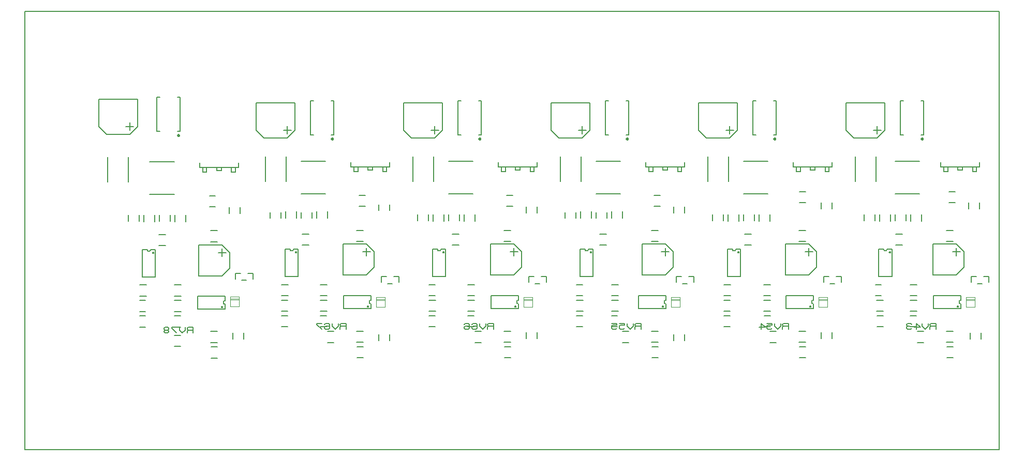
<source format=gbr>
G04 PROTEUS GERBER X2 FILE*
%TF.GenerationSoftware,Labcenter,Proteus,8.7-SP3-Build25561*%
%TF.CreationDate,2021-05-23T19:28:46+00:00*%
%TF.FileFunction,Legend,Bot*%
%TF.FilePolarity,Positive*%
%TF.Part,Single*%
%TF.SameCoordinates,{ce74c1e3-353a-4a96-b4f4-cabdf69041bd}*%
%FSLAX45Y45*%
%MOMM*%
G01*
%TA.AperFunction,Profile*%
%ADD38C,0.203200*%
%TA.AperFunction,Material*%
%ADD41C,0.203200*%
%ADD42C,0.250000*%
%ADD40C,0.200000*%
%ADD43C,0.101600*%
%TD.AperFunction*%
D38*
X-7429500Y-4254500D02*
X+8509000Y-4254500D01*
X+8509000Y+2921000D01*
X-7429500Y+2921000D01*
X-7429500Y-4254500D01*
D41*
X+8051800Y-1424940D02*
X+8140700Y-1424940D01*
X+8158480Y-1536700D02*
X+8229600Y-1536700D01*
X+8051800Y-1424940D02*
X+8051800Y-1516380D01*
X+8341360Y-1518920D02*
X+8341360Y-1424940D01*
X+8255000Y-1424940D01*
X+8191500Y+452120D02*
X+8191500Y+375920D01*
X+7556500Y+375920D01*
X+7556500Y+452120D01*
X+7912100Y+375920D02*
X+7912100Y+325120D01*
X+7835900Y+325120D01*
X+7835900Y+375920D01*
X+8140700Y+375920D02*
X+8140700Y+299720D01*
X+8077200Y+299720D01*
X+8077200Y+375920D01*
X+7607300Y+375920D02*
X+7607300Y+299720D01*
X+7670800Y+299720D01*
X+7670800Y+375920D02*
X+7670800Y+299720D01*
X+5638800Y-1424940D02*
X+5727700Y-1424940D01*
X+5745480Y-1536700D02*
X+5816600Y-1536700D01*
X+5638800Y-1424940D02*
X+5638800Y-1516380D01*
X+5928360Y-1518920D02*
X+5928360Y-1424940D01*
X+5842000Y-1424940D01*
X+5778500Y+452120D02*
X+5778500Y+375920D01*
X+5143500Y+375920D01*
X+5143500Y+452120D01*
X+5499100Y+375920D02*
X+5499100Y+325120D01*
X+5422900Y+325120D01*
X+5422900Y+375920D01*
X+5727700Y+375920D02*
X+5727700Y+299720D01*
X+5664200Y+299720D01*
X+5664200Y+375920D01*
X+5194300Y+375920D02*
X+5194300Y+299720D01*
X+5257800Y+299720D01*
X+5257800Y+375920D02*
X+5257800Y+299720D01*
X+3225800Y-1424940D02*
X+3314700Y-1424940D01*
X+3332480Y-1536700D02*
X+3403600Y-1536700D01*
X+3225800Y-1424940D02*
X+3225800Y-1516380D01*
X+3515360Y-1518920D02*
X+3515360Y-1424940D01*
X+3429000Y-1424940D01*
X+3365500Y+452120D02*
X+3365500Y+375920D01*
X+2730500Y+375920D01*
X+2730500Y+452120D01*
X+3086100Y+375920D02*
X+3086100Y+325120D01*
X+3009900Y+325120D01*
X+3009900Y+375920D01*
X+3314700Y+375920D02*
X+3314700Y+299720D01*
X+3251200Y+299720D01*
X+3251200Y+375920D01*
X+2781300Y+375920D02*
X+2781300Y+299720D01*
X+2844800Y+299720D01*
X+2844800Y+375920D02*
X+2844800Y+299720D01*
X+812800Y-1424940D02*
X+901700Y-1424940D01*
X+919480Y-1536700D02*
X+990600Y-1536700D01*
X+812800Y-1424940D02*
X+812800Y-1516380D01*
X+1102360Y-1518920D02*
X+1102360Y-1424940D01*
X+1016000Y-1424940D01*
X+952500Y+452120D02*
X+952500Y+375920D01*
X+317500Y+375920D01*
X+317500Y+452120D01*
X+673100Y+375920D02*
X+673100Y+325120D01*
X+596900Y+325120D01*
X+596900Y+375920D01*
X+901700Y+375920D02*
X+901700Y+299720D01*
X+838200Y+299720D01*
X+838200Y+375920D01*
X+368300Y+375920D02*
X+368300Y+299720D01*
X+431800Y+299720D01*
X+431800Y+375920D02*
X+431800Y+299720D01*
X-1600200Y-1424940D02*
X-1511300Y-1424940D01*
X-1493520Y-1536700D02*
X-1422400Y-1536700D01*
X-1600200Y-1424940D02*
X-1600200Y-1516380D01*
X-1310640Y-1518920D02*
X-1310640Y-1424940D01*
X-1397000Y-1424940D01*
X-1460500Y+452120D02*
X-1460500Y+375920D01*
X-2095500Y+375920D01*
X-2095500Y+452120D01*
X-1739900Y+375920D02*
X-1739900Y+325120D01*
X-1816100Y+325120D01*
X-1816100Y+375920D01*
X-1511300Y+375920D02*
X-1511300Y+299720D01*
X-1574800Y+299720D01*
X-1574800Y+375920D01*
X-2044700Y+375920D02*
X-2044700Y+299720D01*
X-1981200Y+299720D01*
X-1981200Y+375920D02*
X-1981200Y+299720D01*
D42*
X+7259100Y+834620D02*
X+7259057Y+835659D01*
X+7258705Y+837738D01*
X+7257968Y+839817D01*
X+7256764Y+841896D01*
X+7254923Y+843946D01*
X+7252844Y+845449D01*
X+7250765Y+846406D01*
X+7248686Y+846945D01*
X+7246607Y+847120D01*
X+7246600Y+847120D01*
X+7234100Y+834620D02*
X+7234143Y+835659D01*
X+7234495Y+837738D01*
X+7235232Y+839817D01*
X+7236436Y+841896D01*
X+7238277Y+843946D01*
X+7240356Y+845449D01*
X+7242435Y+846406D01*
X+7244514Y+846945D01*
X+7246593Y+847120D01*
X+7246600Y+847120D01*
X+7234100Y+834620D02*
X+7234143Y+833581D01*
X+7234495Y+831502D01*
X+7235232Y+829423D01*
X+7236436Y+827344D01*
X+7238277Y+825294D01*
X+7240356Y+823791D01*
X+7242435Y+822834D01*
X+7244514Y+822295D01*
X+7246593Y+822120D01*
X+7246600Y+822120D01*
X+7259100Y+834620D02*
X+7259057Y+833581D01*
X+7258705Y+831502D01*
X+7257968Y+829423D01*
X+7256764Y+827344D01*
X+7254923Y+825294D01*
X+7252844Y+823791D01*
X+7250765Y+822834D01*
X+7248686Y+822295D01*
X+7246607Y+822120D01*
X+7246600Y+822120D01*
D40*
X+7231600Y+899620D02*
X+7276600Y+899620D01*
X+7276600Y+1459620D01*
X+7231600Y+1459620D01*
X+6941600Y+899620D02*
X+6896600Y+899620D01*
X+6896600Y+1459620D01*
X+6941600Y+1459620D01*
D43*
X+7969100Y-1793340D02*
X+8109100Y-1793340D01*
X+7969100Y-1813340D02*
X+8109100Y-1813340D01*
X+7969100Y-1923340D02*
X+8109100Y-1923340D01*
X+8109100Y-1763340D01*
X+7969100Y-1763340D01*
X+7969100Y-1923340D01*
D42*
X+4846100Y+834620D02*
X+4846057Y+835659D01*
X+4845705Y+837738D01*
X+4844968Y+839817D01*
X+4843764Y+841896D01*
X+4841923Y+843946D01*
X+4839844Y+845449D01*
X+4837765Y+846406D01*
X+4835686Y+846945D01*
X+4833607Y+847120D01*
X+4833600Y+847120D01*
X+4821100Y+834620D02*
X+4821143Y+835659D01*
X+4821495Y+837738D01*
X+4822232Y+839817D01*
X+4823436Y+841896D01*
X+4825277Y+843946D01*
X+4827356Y+845449D01*
X+4829435Y+846406D01*
X+4831514Y+846945D01*
X+4833593Y+847120D01*
X+4833600Y+847120D01*
X+4821100Y+834620D02*
X+4821143Y+833581D01*
X+4821495Y+831502D01*
X+4822232Y+829423D01*
X+4823436Y+827344D01*
X+4825277Y+825294D01*
X+4827356Y+823791D01*
X+4829435Y+822834D01*
X+4831514Y+822295D01*
X+4833593Y+822120D01*
X+4833600Y+822120D01*
X+4846100Y+834620D02*
X+4846057Y+833581D01*
X+4845705Y+831502D01*
X+4844968Y+829423D01*
X+4843764Y+827344D01*
X+4841923Y+825294D01*
X+4839844Y+823791D01*
X+4837765Y+822834D01*
X+4835686Y+822295D01*
X+4833607Y+822120D01*
X+4833600Y+822120D01*
D40*
X+4818600Y+899620D02*
X+4863600Y+899620D01*
X+4863600Y+1459620D01*
X+4818600Y+1459620D01*
X+4528600Y+899620D02*
X+4483600Y+899620D01*
X+4483600Y+1459620D01*
X+4528600Y+1459620D01*
D43*
X+5556100Y-1793340D02*
X+5696100Y-1793340D01*
X+5556100Y-1813340D02*
X+5696100Y-1813340D01*
X+5556100Y-1923340D02*
X+5696100Y-1923340D01*
X+5696100Y-1763340D01*
X+5556100Y-1763340D01*
X+5556100Y-1923340D01*
D42*
X+2433100Y+834620D02*
X+2433057Y+835659D01*
X+2432705Y+837738D01*
X+2431968Y+839817D01*
X+2430764Y+841896D01*
X+2428923Y+843946D01*
X+2426844Y+845449D01*
X+2424765Y+846406D01*
X+2422686Y+846945D01*
X+2420607Y+847120D01*
X+2420600Y+847120D01*
X+2408100Y+834620D02*
X+2408143Y+835659D01*
X+2408495Y+837738D01*
X+2409232Y+839817D01*
X+2410436Y+841896D01*
X+2412277Y+843946D01*
X+2414356Y+845449D01*
X+2416435Y+846406D01*
X+2418514Y+846945D01*
X+2420593Y+847120D01*
X+2420600Y+847120D01*
X+2408100Y+834620D02*
X+2408143Y+833581D01*
X+2408495Y+831502D01*
X+2409232Y+829423D01*
X+2410436Y+827344D01*
X+2412277Y+825294D01*
X+2414356Y+823791D01*
X+2416435Y+822834D01*
X+2418514Y+822295D01*
X+2420593Y+822120D01*
X+2420600Y+822120D01*
X+2433100Y+834620D02*
X+2433057Y+833581D01*
X+2432705Y+831502D01*
X+2431968Y+829423D01*
X+2430764Y+827344D01*
X+2428923Y+825294D01*
X+2426844Y+823791D01*
X+2424765Y+822834D01*
X+2422686Y+822295D01*
X+2420607Y+822120D01*
X+2420600Y+822120D01*
D40*
X+2405600Y+899620D02*
X+2450600Y+899620D01*
X+2450600Y+1459620D01*
X+2405600Y+1459620D01*
X+2115600Y+899620D02*
X+2070600Y+899620D01*
X+2070600Y+1459620D01*
X+2115600Y+1459620D01*
D43*
X+3143100Y-1793340D02*
X+3283100Y-1793340D01*
X+3143100Y-1813340D02*
X+3283100Y-1813340D01*
X+3143100Y-1923340D02*
X+3283100Y-1923340D01*
X+3283100Y-1763340D01*
X+3143100Y-1763340D01*
X+3143100Y-1923340D01*
D42*
X+20100Y+834620D02*
X+20057Y+835659D01*
X+19705Y+837738D01*
X+18968Y+839817D01*
X+17764Y+841896D01*
X+15923Y+843946D01*
X+13844Y+845449D01*
X+11765Y+846406D01*
X+9686Y+846945D01*
X+7607Y+847120D01*
X+7600Y+847120D01*
X-4900Y+834620D02*
X-4857Y+835659D01*
X-4505Y+837738D01*
X-3768Y+839817D01*
X-2564Y+841896D01*
X-723Y+843946D01*
X+1356Y+845449D01*
X+3435Y+846406D01*
X+5514Y+846945D01*
X+7593Y+847120D01*
X+7600Y+847120D01*
X-4900Y+834620D02*
X-4857Y+833581D01*
X-4505Y+831502D01*
X-3768Y+829423D01*
X-2564Y+827344D01*
X-723Y+825294D01*
X+1356Y+823791D01*
X+3435Y+822834D01*
X+5514Y+822295D01*
X+7593Y+822120D01*
X+7600Y+822120D01*
X+20100Y+834620D02*
X+20057Y+833581D01*
X+19705Y+831502D01*
X+18968Y+829423D01*
X+17764Y+827344D01*
X+15923Y+825294D01*
X+13844Y+823791D01*
X+11765Y+822834D01*
X+9686Y+822295D01*
X+7607Y+822120D01*
X+7600Y+822120D01*
D40*
X-7400Y+899620D02*
X+37600Y+899620D01*
X+37600Y+1459620D01*
X-7400Y+1459620D01*
X-297400Y+899620D02*
X-342400Y+899620D01*
X-342400Y+1459620D01*
X-297400Y+1459620D01*
D43*
X+730100Y-1793340D02*
X+870100Y-1793340D01*
X+730100Y-1813340D02*
X+870100Y-1813340D01*
X+730100Y-1923340D02*
X+870100Y-1923340D01*
X+870100Y-1763340D01*
X+730100Y-1763340D01*
X+730100Y-1923340D01*
D42*
X-2392900Y+834620D02*
X-2392943Y+835659D01*
X-2393295Y+837738D01*
X-2394032Y+839817D01*
X-2395236Y+841896D01*
X-2397077Y+843946D01*
X-2399156Y+845449D01*
X-2401235Y+846406D01*
X-2403314Y+846945D01*
X-2405393Y+847120D01*
X-2405400Y+847120D01*
X-2417900Y+834620D02*
X-2417857Y+835659D01*
X-2417505Y+837738D01*
X-2416768Y+839817D01*
X-2415564Y+841896D01*
X-2413723Y+843946D01*
X-2411644Y+845449D01*
X-2409565Y+846406D01*
X-2407486Y+846945D01*
X-2405407Y+847120D01*
X-2405400Y+847120D01*
X-2417900Y+834620D02*
X-2417857Y+833581D01*
X-2417505Y+831502D01*
X-2416768Y+829423D01*
X-2415564Y+827344D01*
X-2413723Y+825294D01*
X-2411644Y+823791D01*
X-2409565Y+822834D01*
X-2407486Y+822295D01*
X-2405407Y+822120D01*
X-2405400Y+822120D01*
X-2392900Y+834620D02*
X-2392943Y+833581D01*
X-2393295Y+831502D01*
X-2394032Y+829423D01*
X-2395236Y+827344D01*
X-2397077Y+825294D01*
X-2399156Y+823791D01*
X-2401235Y+822834D01*
X-2403314Y+822295D01*
X-2405393Y+822120D01*
X-2405400Y+822120D01*
D40*
X-2420400Y+899620D02*
X-2375400Y+899620D01*
X-2375400Y+1459620D01*
X-2420400Y+1459620D01*
X-2710400Y+899620D02*
X-2755400Y+899620D01*
X-2755400Y+1459620D01*
X-2710400Y+1459620D01*
D43*
X-1682900Y-1793340D02*
X-1542900Y-1793340D01*
X-1682900Y-1813340D02*
X-1542900Y-1813340D01*
X-1682900Y-1923340D02*
X-1542900Y-1923340D01*
X-1542900Y-1763340D01*
X-1682900Y-1763340D01*
X-1682900Y-1923340D01*
D40*
X+6805600Y+463120D02*
X+7205600Y+463120D01*
X+6805600Y-66880D02*
X+7205600Y-66880D01*
X+4329100Y+463120D02*
X+4729100Y+463120D01*
X+4329100Y-66880D02*
X+4729100Y-66880D01*
X+1916100Y+463120D02*
X+2316100Y+463120D01*
X+1916100Y-66880D02*
X+2316100Y-66880D01*
X-496900Y+463120D02*
X-96900Y+463120D01*
X-496900Y-66880D02*
X-96900Y-66880D01*
X-2909900Y+463120D02*
X-2509900Y+463120D01*
X-2909900Y-66880D02*
X-2509900Y-66880D01*
D41*
X+6642100Y+978120D02*
X+6515100Y+851120D01*
X+6134100Y+851120D01*
X+6007100Y+978120D01*
X+6007100Y+1422620D01*
X+6642100Y+1422620D01*
X+6642100Y+978120D01*
X+6515100Y+914620D02*
X+6515100Y+1041620D01*
X+6578600Y+978120D02*
X+6451600Y+978120D01*
X+4229100Y+978120D02*
X+4102100Y+851120D01*
X+3721100Y+851120D01*
X+3594100Y+978120D01*
X+3594100Y+1422620D01*
X+4229100Y+1422620D01*
X+4229100Y+978120D01*
X+4102100Y+914620D02*
X+4102100Y+1041620D01*
X+4165600Y+978120D02*
X+4038600Y+978120D01*
X+1816100Y+978120D02*
X+1689100Y+851120D01*
X+1308100Y+851120D01*
X+1181100Y+978120D01*
X+1181100Y+1422620D01*
X+1816100Y+1422620D01*
X+1816100Y+978120D01*
X+1689100Y+914620D02*
X+1689100Y+1041620D01*
X+1752600Y+978120D02*
X+1625600Y+978120D01*
X-596900Y+978120D02*
X-723900Y+851120D01*
X-1104900Y+851120D01*
X-1231900Y+978120D01*
X-1231900Y+1422620D01*
X-596900Y+1422620D01*
X-596900Y+978120D01*
X-723900Y+914620D02*
X-723900Y+1041620D01*
X-660400Y+978120D02*
X-787400Y+978120D01*
X-3009900Y+978120D02*
X-3136900Y+851120D01*
X-3517900Y+851120D01*
X-3644900Y+978120D01*
X-3644900Y+1422620D01*
X-3009900Y+1422620D01*
X-3009900Y+978120D01*
X-3136900Y+914620D02*
X-3136900Y+1041620D01*
X-3073400Y+978120D02*
X-3200400Y+978120D01*
X+6756400Y-975360D02*
X+6675438Y-975360D01*
X+6673356Y-985981D01*
X+6667636Y-994547D01*
X+6659071Y-1000266D01*
X+6648450Y-1002348D01*
X+6621462Y-975360D02*
X+6623544Y-985981D01*
X+6629264Y-994547D01*
X+6637829Y-1000266D01*
X+6648450Y-1002348D01*
X+6621462Y-975360D02*
X+6540500Y-975360D01*
X+6680200Y-1422400D02*
X+6616700Y-1422400D01*
X+6756400Y-1008380D02*
X+6756400Y-1389380D01*
X+6540500Y-1008380D02*
X+6540500Y-1389380D01*
X+6756400Y-1008380D02*
X+6756400Y-975360D01*
X+6540500Y-975360D02*
X+6540500Y-1008380D01*
X+6616700Y-1422400D02*
X+6540500Y-1422400D01*
X+6540500Y-1389380D01*
X+6756400Y-1389380D02*
X+6756400Y-1422400D01*
X+6680200Y-1422400D01*
X+6731000Y-1024636D02*
X+6730965Y-1023791D01*
X+6730678Y-1022100D01*
X+6730079Y-1020409D01*
X+6729099Y-1018718D01*
X+6727599Y-1017050D01*
X+6725908Y-1015830D01*
X+6724217Y-1015054D01*
X+6722526Y-1014617D01*
X+6720840Y-1014476D01*
X+6710680Y-1024636D02*
X+6710715Y-1023791D01*
X+6711002Y-1022100D01*
X+6711601Y-1020409D01*
X+6712581Y-1018718D01*
X+6714081Y-1017050D01*
X+6715772Y-1015830D01*
X+6717463Y-1015054D01*
X+6719154Y-1014617D01*
X+6720840Y-1014476D01*
X+6710680Y-1024636D02*
X+6710715Y-1025481D01*
X+6711002Y-1027172D01*
X+6711601Y-1028863D01*
X+6712581Y-1030554D01*
X+6714081Y-1032222D01*
X+6715772Y-1033442D01*
X+6717463Y-1034218D01*
X+6719154Y-1034655D01*
X+6720840Y-1034796D01*
X+6731000Y-1024636D02*
X+6730965Y-1025481D01*
X+6730678Y-1027172D01*
X+6730079Y-1028863D01*
X+6729099Y-1030554D01*
X+6727599Y-1032222D01*
X+6725908Y-1033442D01*
X+6724217Y-1034218D01*
X+6722526Y-1034655D01*
X+6720840Y-1034796D01*
X+7881620Y-1948180D02*
X+7881620Y-1867218D01*
X+7870999Y-1865136D01*
X+7862433Y-1859416D01*
X+7856714Y-1850851D01*
X+7854632Y-1840230D01*
X+7881620Y-1813242D02*
X+7870999Y-1815324D01*
X+7862433Y-1821044D01*
X+7856714Y-1829609D01*
X+7854632Y-1840230D01*
X+7881620Y-1813242D02*
X+7881620Y-1732280D01*
X+7434580Y-1871980D02*
X+7434580Y-1808480D01*
X+7848600Y-1948180D02*
X+7467600Y-1948180D01*
X+7848600Y-1732280D02*
X+7467600Y-1732280D01*
X+7848600Y-1948180D02*
X+7881620Y-1948180D01*
X+7881620Y-1732280D02*
X+7848600Y-1732280D01*
X+7434580Y-1808480D02*
X+7434580Y-1732280D01*
X+7467600Y-1732280D01*
X+7467600Y-1948180D02*
X+7434580Y-1948180D01*
X+7434580Y-1871980D01*
X+7842504Y-1912620D02*
X+7842469Y-1911775D01*
X+7842182Y-1910084D01*
X+7841583Y-1908393D01*
X+7840603Y-1906702D01*
X+7839103Y-1905034D01*
X+7837412Y-1903814D01*
X+7835721Y-1903038D01*
X+7834030Y-1902601D01*
X+7832344Y-1902460D01*
X+7822184Y-1912620D02*
X+7822219Y-1911775D01*
X+7822506Y-1910084D01*
X+7823105Y-1908393D01*
X+7824085Y-1906702D01*
X+7825585Y-1905034D01*
X+7827276Y-1903814D01*
X+7828967Y-1903038D01*
X+7830658Y-1902601D01*
X+7832344Y-1902460D01*
X+7822184Y-1912620D02*
X+7822219Y-1913465D01*
X+7822506Y-1915156D01*
X+7823105Y-1916847D01*
X+7824085Y-1918538D01*
X+7825585Y-1920206D01*
X+7827276Y-1921426D01*
X+7828967Y-1922202D01*
X+7830658Y-1922639D01*
X+7832344Y-1922780D01*
X+7842504Y-1912620D02*
X+7842469Y-1913465D01*
X+7842182Y-1915156D01*
X+7841583Y-1916847D01*
X+7840603Y-1918538D01*
X+7839103Y-1920206D01*
X+7837412Y-1921426D01*
X+7835721Y-1922202D01*
X+7834030Y-1922639D01*
X+7832344Y-1922780D01*
X+4279900Y-975360D02*
X+4198938Y-975360D01*
X+4196856Y-985981D01*
X+4191136Y-994547D01*
X+4182571Y-1000266D01*
X+4171950Y-1002348D01*
X+4144962Y-975360D02*
X+4147044Y-985981D01*
X+4152764Y-994547D01*
X+4161329Y-1000266D01*
X+4171950Y-1002348D01*
X+4144962Y-975360D02*
X+4064000Y-975360D01*
X+4203700Y-1422400D02*
X+4140200Y-1422400D01*
X+4279900Y-1008380D02*
X+4279900Y-1389380D01*
X+4064000Y-1008380D02*
X+4064000Y-1389380D01*
X+4279900Y-1008380D02*
X+4279900Y-975360D01*
X+4064000Y-975360D02*
X+4064000Y-1008380D01*
X+4140200Y-1422400D02*
X+4064000Y-1422400D01*
X+4064000Y-1389380D01*
X+4279900Y-1389380D02*
X+4279900Y-1422400D01*
X+4203700Y-1422400D01*
X+4254500Y-1024636D02*
X+4254465Y-1023791D01*
X+4254178Y-1022100D01*
X+4253579Y-1020409D01*
X+4252599Y-1018718D01*
X+4251099Y-1017050D01*
X+4249408Y-1015830D01*
X+4247717Y-1015054D01*
X+4246026Y-1014617D01*
X+4244340Y-1014476D01*
X+4234180Y-1024636D02*
X+4234215Y-1023791D01*
X+4234502Y-1022100D01*
X+4235101Y-1020409D01*
X+4236081Y-1018718D01*
X+4237581Y-1017050D01*
X+4239272Y-1015830D01*
X+4240963Y-1015054D01*
X+4242654Y-1014617D01*
X+4244340Y-1014476D01*
X+4234180Y-1024636D02*
X+4234215Y-1025481D01*
X+4234502Y-1027172D01*
X+4235101Y-1028863D01*
X+4236081Y-1030554D01*
X+4237581Y-1032222D01*
X+4239272Y-1033442D01*
X+4240963Y-1034218D01*
X+4242654Y-1034655D01*
X+4244340Y-1034796D01*
X+4254500Y-1024636D02*
X+4254465Y-1025481D01*
X+4254178Y-1027172D01*
X+4253579Y-1028863D01*
X+4252599Y-1030554D01*
X+4251099Y-1032222D01*
X+4249408Y-1033442D01*
X+4247717Y-1034218D01*
X+4246026Y-1034655D01*
X+4244340Y-1034796D01*
X+5468620Y-1948180D02*
X+5468620Y-1867218D01*
X+5457999Y-1865136D01*
X+5449433Y-1859416D01*
X+5443714Y-1850851D01*
X+5441632Y-1840230D01*
X+5468620Y-1813242D02*
X+5457999Y-1815324D01*
X+5449433Y-1821044D01*
X+5443714Y-1829609D01*
X+5441632Y-1840230D01*
X+5468620Y-1813242D02*
X+5468620Y-1732280D01*
X+5021580Y-1871980D02*
X+5021580Y-1808480D01*
X+5435600Y-1948180D02*
X+5054600Y-1948180D01*
X+5435600Y-1732280D02*
X+5054600Y-1732280D01*
X+5435600Y-1948180D02*
X+5468620Y-1948180D01*
X+5468620Y-1732280D02*
X+5435600Y-1732280D01*
X+5021580Y-1808480D02*
X+5021580Y-1732280D01*
X+5054600Y-1732280D01*
X+5054600Y-1948180D02*
X+5021580Y-1948180D01*
X+5021580Y-1871980D01*
X+5429504Y-1912620D02*
X+5429469Y-1911775D01*
X+5429182Y-1910084D01*
X+5428583Y-1908393D01*
X+5427603Y-1906702D01*
X+5426103Y-1905034D01*
X+5424412Y-1903814D01*
X+5422721Y-1903038D01*
X+5421030Y-1902601D01*
X+5419344Y-1902460D01*
X+5409184Y-1912620D02*
X+5409219Y-1911775D01*
X+5409506Y-1910084D01*
X+5410105Y-1908393D01*
X+5411085Y-1906702D01*
X+5412585Y-1905034D01*
X+5414276Y-1903814D01*
X+5415967Y-1903038D01*
X+5417658Y-1902601D01*
X+5419344Y-1902460D01*
X+5409184Y-1912620D02*
X+5409219Y-1913465D01*
X+5409506Y-1915156D01*
X+5410105Y-1916847D01*
X+5411085Y-1918538D01*
X+5412585Y-1920206D01*
X+5414276Y-1921426D01*
X+5415967Y-1922202D01*
X+5417658Y-1922639D01*
X+5419344Y-1922780D01*
X+5429504Y-1912620D02*
X+5429469Y-1913465D01*
X+5429182Y-1915156D01*
X+5428583Y-1916847D01*
X+5427603Y-1918538D01*
X+5426103Y-1920206D01*
X+5424412Y-1921426D01*
X+5422721Y-1922202D01*
X+5421030Y-1922639D01*
X+5419344Y-1922780D01*
X+1866900Y-975360D02*
X+1785938Y-975360D01*
X+1783856Y-985981D01*
X+1778136Y-994547D01*
X+1769571Y-1000266D01*
X+1758950Y-1002348D01*
X+1731962Y-975360D02*
X+1734044Y-985981D01*
X+1739764Y-994547D01*
X+1748329Y-1000266D01*
X+1758950Y-1002348D01*
X+1731962Y-975360D02*
X+1651000Y-975360D01*
X+1790700Y-1422400D02*
X+1727200Y-1422400D01*
X+1866900Y-1008380D02*
X+1866900Y-1389380D01*
X+1651000Y-1008380D02*
X+1651000Y-1389380D01*
X+1866900Y-1008380D02*
X+1866900Y-975360D01*
X+1651000Y-975360D02*
X+1651000Y-1008380D01*
X+1727200Y-1422400D02*
X+1651000Y-1422400D01*
X+1651000Y-1389380D01*
X+1866900Y-1389380D02*
X+1866900Y-1422400D01*
X+1790700Y-1422400D01*
X+1841500Y-1024636D02*
X+1841465Y-1023791D01*
X+1841178Y-1022100D01*
X+1840579Y-1020409D01*
X+1839599Y-1018718D01*
X+1838099Y-1017050D01*
X+1836408Y-1015830D01*
X+1834717Y-1015054D01*
X+1833026Y-1014617D01*
X+1831340Y-1014476D01*
X+1821180Y-1024636D02*
X+1821215Y-1023791D01*
X+1821502Y-1022100D01*
X+1822101Y-1020409D01*
X+1823081Y-1018718D01*
X+1824581Y-1017050D01*
X+1826272Y-1015830D01*
X+1827963Y-1015054D01*
X+1829654Y-1014617D01*
X+1831340Y-1014476D01*
X+1821180Y-1024636D02*
X+1821215Y-1025481D01*
X+1821502Y-1027172D01*
X+1822101Y-1028863D01*
X+1823081Y-1030554D01*
X+1824581Y-1032222D01*
X+1826272Y-1033442D01*
X+1827963Y-1034218D01*
X+1829654Y-1034655D01*
X+1831340Y-1034796D01*
X+1841500Y-1024636D02*
X+1841465Y-1025481D01*
X+1841178Y-1027172D01*
X+1840579Y-1028863D01*
X+1839599Y-1030554D01*
X+1838099Y-1032222D01*
X+1836408Y-1033442D01*
X+1834717Y-1034218D01*
X+1833026Y-1034655D01*
X+1831340Y-1034796D01*
X+3055620Y-1948180D02*
X+3055620Y-1867218D01*
X+3044999Y-1865136D01*
X+3036433Y-1859416D01*
X+3030714Y-1850851D01*
X+3028632Y-1840230D01*
X+3055620Y-1813242D02*
X+3044999Y-1815324D01*
X+3036433Y-1821044D01*
X+3030714Y-1829609D01*
X+3028632Y-1840230D01*
X+3055620Y-1813242D02*
X+3055620Y-1732280D01*
X+2608580Y-1871980D02*
X+2608580Y-1808480D01*
X+3022600Y-1948180D02*
X+2641600Y-1948180D01*
X+3022600Y-1732280D02*
X+2641600Y-1732280D01*
X+3022600Y-1948180D02*
X+3055620Y-1948180D01*
X+3055620Y-1732280D02*
X+3022600Y-1732280D01*
X+2608580Y-1808480D02*
X+2608580Y-1732280D01*
X+2641600Y-1732280D01*
X+2641600Y-1948180D02*
X+2608580Y-1948180D01*
X+2608580Y-1871980D01*
X+3016504Y-1912620D02*
X+3016469Y-1911775D01*
X+3016182Y-1910084D01*
X+3015583Y-1908393D01*
X+3014603Y-1906702D01*
X+3013103Y-1905034D01*
X+3011412Y-1903814D01*
X+3009721Y-1903038D01*
X+3008030Y-1902601D01*
X+3006344Y-1902460D01*
X+2996184Y-1912620D02*
X+2996219Y-1911775D01*
X+2996506Y-1910084D01*
X+2997105Y-1908393D01*
X+2998085Y-1906702D01*
X+2999585Y-1905034D01*
X+3001276Y-1903814D01*
X+3002967Y-1903038D01*
X+3004658Y-1902601D01*
X+3006344Y-1902460D01*
X+2996184Y-1912620D02*
X+2996219Y-1913465D01*
X+2996506Y-1915156D01*
X+2997105Y-1916847D01*
X+2998085Y-1918538D01*
X+2999585Y-1920206D01*
X+3001276Y-1921426D01*
X+3002967Y-1922202D01*
X+3004658Y-1922639D01*
X+3006344Y-1922780D01*
X+3016504Y-1912620D02*
X+3016469Y-1913465D01*
X+3016182Y-1915156D01*
X+3015583Y-1916847D01*
X+3014603Y-1918538D01*
X+3013103Y-1920206D01*
X+3011412Y-1921426D01*
X+3009721Y-1922202D01*
X+3008030Y-1922639D01*
X+3006344Y-1922780D01*
X-546100Y-975360D02*
X-627062Y-975360D01*
X-629144Y-985981D01*
X-634864Y-994547D01*
X-643429Y-1000266D01*
X-654050Y-1002348D01*
X-681038Y-975360D02*
X-678956Y-985981D01*
X-673236Y-994547D01*
X-664671Y-1000266D01*
X-654050Y-1002348D01*
X-681038Y-975360D02*
X-762000Y-975360D01*
X-622300Y-1422400D02*
X-685800Y-1422400D01*
X-546100Y-1008380D02*
X-546100Y-1389380D01*
X-762000Y-1008380D02*
X-762000Y-1389380D01*
X-546100Y-1008380D02*
X-546100Y-975360D01*
X-762000Y-975360D02*
X-762000Y-1008380D01*
X-685800Y-1422400D02*
X-762000Y-1422400D01*
X-762000Y-1389380D01*
X-546100Y-1389380D02*
X-546100Y-1422400D01*
X-622300Y-1422400D01*
X-571500Y-1024636D02*
X-571535Y-1023791D01*
X-571822Y-1022100D01*
X-572421Y-1020409D01*
X-573401Y-1018718D01*
X-574901Y-1017050D01*
X-576592Y-1015830D01*
X-578283Y-1015054D01*
X-579974Y-1014617D01*
X-581660Y-1014476D01*
X-591820Y-1024636D02*
X-591785Y-1023791D01*
X-591498Y-1022100D01*
X-590899Y-1020409D01*
X-589919Y-1018718D01*
X-588419Y-1017050D01*
X-586728Y-1015830D01*
X-585037Y-1015054D01*
X-583346Y-1014617D01*
X-581660Y-1014476D01*
X-591820Y-1024636D02*
X-591785Y-1025481D01*
X-591498Y-1027172D01*
X-590899Y-1028863D01*
X-589919Y-1030554D01*
X-588419Y-1032222D01*
X-586728Y-1033442D01*
X-585037Y-1034218D01*
X-583346Y-1034655D01*
X-581660Y-1034796D01*
X-571500Y-1024636D02*
X-571535Y-1025481D01*
X-571822Y-1027172D01*
X-572421Y-1028863D01*
X-573401Y-1030554D01*
X-574901Y-1032222D01*
X-576592Y-1033442D01*
X-578283Y-1034218D01*
X-579974Y-1034655D01*
X-581660Y-1034796D01*
X+642620Y-1948180D02*
X+642620Y-1867218D01*
X+631999Y-1865136D01*
X+623433Y-1859416D01*
X+617714Y-1850851D01*
X+615632Y-1840230D01*
X+642620Y-1813242D02*
X+631999Y-1815324D01*
X+623433Y-1821044D01*
X+617714Y-1829609D01*
X+615632Y-1840230D01*
X+642620Y-1813242D02*
X+642620Y-1732280D01*
X+195580Y-1871980D02*
X+195580Y-1808480D01*
X+609600Y-1948180D02*
X+228600Y-1948180D01*
X+609600Y-1732280D02*
X+228600Y-1732280D01*
X+609600Y-1948180D02*
X+642620Y-1948180D01*
X+642620Y-1732280D02*
X+609600Y-1732280D01*
X+195580Y-1808480D02*
X+195580Y-1732280D01*
X+228600Y-1732280D01*
X+228600Y-1948180D02*
X+195580Y-1948180D01*
X+195580Y-1871980D01*
X+603504Y-1912620D02*
X+603469Y-1911775D01*
X+603182Y-1910084D01*
X+602583Y-1908393D01*
X+601603Y-1906702D01*
X+600103Y-1905034D01*
X+598412Y-1903814D01*
X+596721Y-1903038D01*
X+595030Y-1902601D01*
X+593344Y-1902460D01*
X+583184Y-1912620D02*
X+583219Y-1911775D01*
X+583506Y-1910084D01*
X+584105Y-1908393D01*
X+585085Y-1906702D01*
X+586585Y-1905034D01*
X+588276Y-1903814D01*
X+589967Y-1903038D01*
X+591658Y-1902601D01*
X+593344Y-1902460D01*
X+583184Y-1912620D02*
X+583219Y-1913465D01*
X+583506Y-1915156D01*
X+584105Y-1916847D01*
X+585085Y-1918538D01*
X+586585Y-1920206D01*
X+588276Y-1921426D01*
X+589967Y-1922202D01*
X+591658Y-1922639D01*
X+593344Y-1922780D01*
X+603504Y-1912620D02*
X+603469Y-1913465D01*
X+603182Y-1915156D01*
X+602583Y-1916847D01*
X+601603Y-1918538D01*
X+600103Y-1920206D01*
X+598412Y-1921426D01*
X+596721Y-1922202D01*
X+595030Y-1922639D01*
X+593344Y-1922780D01*
X-2959100Y-975360D02*
X-3040062Y-975360D01*
X-3042144Y-985981D01*
X-3047864Y-994547D01*
X-3056429Y-1000266D01*
X-3067050Y-1002348D01*
X-3094038Y-975360D02*
X-3091956Y-985981D01*
X-3086236Y-994547D01*
X-3077671Y-1000266D01*
X-3067050Y-1002348D01*
X-3094038Y-975360D02*
X-3175000Y-975360D01*
X-3035300Y-1422400D02*
X-3098800Y-1422400D01*
X-2959100Y-1008380D02*
X-2959100Y-1389380D01*
X-3175000Y-1008380D02*
X-3175000Y-1389380D01*
X-2959100Y-1008380D02*
X-2959100Y-975360D01*
X-3175000Y-975360D02*
X-3175000Y-1008380D01*
X-3098800Y-1422400D02*
X-3175000Y-1422400D01*
X-3175000Y-1389380D01*
X-2959100Y-1389380D02*
X-2959100Y-1422400D01*
X-3035300Y-1422400D01*
X-2984500Y-1024636D02*
X-2984535Y-1023791D01*
X-2984822Y-1022100D01*
X-2985421Y-1020409D01*
X-2986401Y-1018718D01*
X-2987901Y-1017050D01*
X-2989592Y-1015830D01*
X-2991283Y-1015054D01*
X-2992974Y-1014617D01*
X-2994660Y-1014476D01*
X-3004820Y-1024636D02*
X-3004785Y-1023791D01*
X-3004498Y-1022100D01*
X-3003899Y-1020409D01*
X-3002919Y-1018718D01*
X-3001419Y-1017050D01*
X-2999728Y-1015830D01*
X-2998037Y-1015054D01*
X-2996346Y-1014617D01*
X-2994660Y-1014476D01*
X-3004820Y-1024636D02*
X-3004785Y-1025481D01*
X-3004498Y-1027172D01*
X-3003899Y-1028863D01*
X-3002919Y-1030554D01*
X-3001419Y-1032222D01*
X-2999728Y-1033442D01*
X-2998037Y-1034218D01*
X-2996346Y-1034655D01*
X-2994660Y-1034796D01*
X-2984500Y-1024636D02*
X-2984535Y-1025481D01*
X-2984822Y-1027172D01*
X-2985421Y-1028863D01*
X-2986401Y-1030554D01*
X-2987901Y-1032222D01*
X-2989592Y-1033442D01*
X-2991283Y-1034218D01*
X-2992974Y-1034655D01*
X-2994660Y-1034796D01*
X-1770380Y-1948180D02*
X-1770380Y-1867218D01*
X-1781001Y-1865136D01*
X-1789567Y-1859416D01*
X-1795286Y-1850851D01*
X-1797368Y-1840230D01*
X-1770380Y-1813242D02*
X-1781001Y-1815324D01*
X-1789567Y-1821044D01*
X-1795286Y-1829609D01*
X-1797368Y-1840230D01*
X-1770380Y-1813242D02*
X-1770380Y-1732280D01*
X-2217420Y-1871980D02*
X-2217420Y-1808480D01*
X-1803400Y-1948180D02*
X-2184400Y-1948180D01*
X-1803400Y-1732280D02*
X-2184400Y-1732280D01*
X-1803400Y-1948180D02*
X-1770380Y-1948180D01*
X-1770380Y-1732280D02*
X-1803400Y-1732280D01*
X-2217420Y-1808480D02*
X-2217420Y-1732280D01*
X-2184400Y-1732280D01*
X-2184400Y-1948180D02*
X-2217420Y-1948180D01*
X-2217420Y-1871980D01*
X-1809496Y-1912620D02*
X-1809531Y-1911775D01*
X-1809818Y-1910084D01*
X-1810417Y-1908393D01*
X-1811397Y-1906702D01*
X-1812897Y-1905034D01*
X-1814588Y-1903814D01*
X-1816279Y-1903038D01*
X-1817970Y-1902601D01*
X-1819656Y-1902460D01*
X-1829816Y-1912620D02*
X-1829781Y-1911775D01*
X-1829494Y-1910084D01*
X-1828895Y-1908393D01*
X-1827915Y-1906702D01*
X-1826415Y-1905034D01*
X-1824724Y-1903814D01*
X-1823033Y-1903038D01*
X-1821342Y-1902601D01*
X-1819656Y-1902460D01*
X-1829816Y-1912620D02*
X-1829781Y-1913465D01*
X-1829494Y-1915156D01*
X-1828895Y-1916847D01*
X-1827915Y-1918538D01*
X-1826415Y-1920206D01*
X-1824724Y-1921426D01*
X-1823033Y-1922202D01*
X-1821342Y-1922639D01*
X-1819656Y-1922780D01*
X-1809496Y-1912620D02*
X-1809531Y-1913465D01*
X-1809818Y-1915156D01*
X-1810417Y-1916847D01*
X-1811397Y-1918538D01*
X-1812897Y-1920206D01*
X-1814588Y-1921426D01*
X-1816279Y-1922202D01*
X-1817970Y-1922639D01*
X-1819656Y-1922780D01*
D40*
X-3157400Y+542620D02*
X-3157400Y+132620D01*
X-3497400Y+542620D02*
X-3497400Y+132620D01*
X+6494600Y+542620D02*
X+6494600Y+132620D01*
X+6154600Y+542620D02*
X+6154600Y+132620D01*
X+1668600Y+542620D02*
X+1668600Y+132620D01*
X+1328600Y+542620D02*
X+1328600Y+132620D01*
X+4081600Y+542620D02*
X+4081600Y+132620D01*
X+3741600Y+542620D02*
X+3741600Y+132620D01*
X-744400Y+542620D02*
X-744400Y+132620D01*
X-1084400Y+542620D02*
X-1084400Y+132620D01*
D41*
X+7810500Y-889000D02*
X+7937500Y-1016000D01*
X+7937500Y-1270000D01*
X+7810500Y-1397000D01*
X+7429500Y-1397000D01*
X+7429500Y-889000D01*
X+7810500Y-889000D01*
X+7874000Y-1016000D02*
X+7747000Y-1016000D01*
X+7810500Y-952500D02*
X+7810500Y-1079500D01*
D40*
X+7753600Y-844380D02*
X+7643600Y-844380D01*
X+7753600Y-664380D02*
X+7643600Y-664380D01*
D41*
X+5397500Y-889000D02*
X+5524500Y-1016000D01*
X+5524500Y-1270000D01*
X+5397500Y-1397000D01*
X+5016500Y-1397000D01*
X+5016500Y-889000D01*
X+5397500Y-889000D01*
X+5461000Y-1016000D02*
X+5334000Y-1016000D01*
X+5397500Y-952500D02*
X+5397500Y-1079500D01*
D40*
X+5340600Y-844380D02*
X+5230600Y-844380D01*
X+5340600Y-664380D02*
X+5230600Y-664380D01*
D41*
X+3048000Y-889000D02*
X+3175000Y-1016000D01*
X+3175000Y-1270000D01*
X+3048000Y-1397000D01*
X+2667000Y-1397000D01*
X+2667000Y-889000D01*
X+3048000Y-889000D01*
X+3111500Y-1016000D02*
X+2984500Y-1016000D01*
X+3048000Y-952500D02*
X+3048000Y-1079500D01*
D40*
X+2927600Y-844380D02*
X+2817600Y-844380D01*
X+2927600Y-664380D02*
X+2817600Y-664380D01*
D41*
X+571500Y-889000D02*
X+698500Y-1016000D01*
X+698500Y-1270000D01*
X+571500Y-1397000D01*
X+190500Y-1397000D01*
X+190500Y-889000D01*
X+571500Y-889000D01*
X+635000Y-1016000D02*
X+508000Y-1016000D01*
X+571500Y-952500D02*
X+571500Y-1079500D01*
D40*
X+514600Y-844380D02*
X+404600Y-844380D01*
X+514600Y-664380D02*
X+404600Y-664380D01*
D41*
X-1841500Y-889000D02*
X-1714500Y-1016000D01*
X-1714500Y-1270000D01*
X-1841500Y-1397000D01*
X-2222500Y-1397000D01*
X-2222500Y-889000D01*
X-1841500Y-889000D01*
X-1778000Y-1016000D02*
X-1905000Y-1016000D01*
X-1841500Y-952500D02*
X-1841500Y-1079500D01*
D40*
X-1898400Y-844380D02*
X-2008400Y-844380D01*
X-1898400Y-664380D02*
X-2008400Y-664380D01*
X+6610600Y-2241380D02*
X+6510600Y-2241380D01*
X+6610600Y-2061380D02*
X+6510600Y-2061380D01*
X+6583100Y-1733380D02*
X+6483100Y-1733380D01*
X+6583100Y-1553380D02*
X+6483100Y-1553380D01*
X+6298100Y-504880D02*
X+6298100Y-404880D01*
X+6478100Y-504880D02*
X+6478100Y-404880D01*
X+6806100Y-504880D02*
X+6806100Y-404880D01*
X+6986100Y-504880D02*
X+6986100Y-404880D01*
X+7154600Y-2241380D02*
X+7054600Y-2241380D01*
X+7154600Y-2061380D02*
X+7054600Y-2061380D01*
X+8218000Y-2345000D02*
X+8218000Y-2445000D01*
X+8038000Y-2345000D02*
X+8038000Y-2445000D01*
X+7753600Y-2495380D02*
X+7643600Y-2495380D01*
X+7753600Y-2315380D02*
X+7643600Y-2315380D01*
X+7240100Y-404880D02*
X+7240100Y-514880D01*
X+7060100Y-404880D02*
X+7060100Y-514880D01*
X+8192600Y-214380D02*
X+8192600Y-314380D01*
X+8012600Y-214380D02*
X+8012600Y-314380D01*
X+7689600Y-29380D02*
X+7789600Y-29380D01*
X+7689600Y-209380D02*
X+7789600Y-209380D01*
X+7753600Y-2749380D02*
X+7653600Y-2749380D01*
X+7753600Y-2569380D02*
X+7653600Y-2569380D01*
X+6732100Y-404880D02*
X+6732100Y-514880D01*
X+6552100Y-404880D02*
X+6552100Y-514880D01*
X+6928100Y-907880D02*
X+6818100Y-907880D01*
X+6928100Y-727880D02*
X+6818100Y-727880D01*
X+7164600Y-1733380D02*
X+7054600Y-1733380D01*
X+7164600Y-1553380D02*
X+7054600Y-1553380D01*
X+7164600Y-1987380D02*
X+7054600Y-1987380D01*
X+7164600Y-1807380D02*
X+7054600Y-1807380D01*
X+6610600Y-1987380D02*
X+6500600Y-1987380D01*
X+6610600Y-1807380D02*
X+6500600Y-1807380D01*
X+4769100Y-1987380D02*
X+4659100Y-1987380D01*
X+4769100Y-1807380D02*
X+4659100Y-1807380D01*
X+4451600Y-907880D02*
X+4341600Y-907880D01*
X+4451600Y-727880D02*
X+4341600Y-727880D01*
X+4116600Y-1733380D02*
X+4006600Y-1733380D01*
X+4116600Y-1553380D02*
X+4006600Y-1553380D01*
X+4255600Y-404880D02*
X+4255600Y-514880D01*
X+4075600Y-404880D02*
X+4075600Y-514880D01*
X+4769100Y-1733380D02*
X+4659100Y-1733380D01*
X+4769100Y-1553380D02*
X+4659100Y-1553380D01*
X+5340600Y-2495380D02*
X+5230600Y-2495380D01*
X+5340600Y-2315380D02*
X+5230600Y-2315380D01*
X+5340600Y-2749380D02*
X+5240600Y-2749380D01*
X+5340600Y-2569380D02*
X+5240600Y-2569380D01*
X+5779600Y-2337380D02*
X+5779600Y-2437380D01*
X+5599600Y-2337380D02*
X+5599600Y-2437380D01*
X+5779600Y-214380D02*
X+5779600Y-314380D01*
X+5599600Y-214380D02*
X+5599600Y-314380D01*
X+5240600Y-29380D02*
X+5340600Y-29380D01*
X+5240600Y-209380D02*
X+5340600Y-209380D01*
X+2927600Y-2749380D02*
X+2827600Y-2749380D01*
X+2927600Y-2569380D02*
X+2827600Y-2569380D01*
X+3366600Y-2373380D02*
X+3366600Y-2473380D01*
X+3186600Y-2373380D02*
X+3186600Y-2473380D01*
X+3366600Y-277880D02*
X+3366600Y-377880D01*
X+3186600Y-277880D02*
X+3186600Y-377880D01*
X+2863600Y-92880D02*
X+2963600Y-92880D01*
X+2863600Y-272880D02*
X+2963600Y-272880D01*
X+3821600Y-504880D02*
X+3821600Y-404880D01*
X+4001600Y-504880D02*
X+4001600Y-404880D01*
X+4329600Y-504880D02*
X+4329600Y-404880D01*
X+4509600Y-504880D02*
X+4509600Y-404880D01*
X+4763600Y-404880D02*
X+4763600Y-514880D01*
X+4583600Y-404880D02*
X+4583600Y-514880D01*
X+4106600Y-2241380D02*
X+4006600Y-2241380D01*
X+4106600Y-2061380D02*
X+4006600Y-2061380D01*
X+4106600Y-1987380D02*
X+4006600Y-1987380D01*
X+4106600Y-1807380D02*
X+4006600Y-1807380D01*
X+4769100Y-2241380D02*
X+4669100Y-2241380D01*
X+4769100Y-2061380D02*
X+4669100Y-2061380D01*
X+2927600Y-2495380D02*
X+2817600Y-2495380D01*
X+2927600Y-2315380D02*
X+2817600Y-2315380D01*
X+1916600Y-468880D02*
X+1916600Y-368880D01*
X+2096600Y-468880D02*
X+2096600Y-368880D01*
X+1408600Y-468880D02*
X+1408600Y-368880D01*
X+1588600Y-468880D02*
X+1588600Y-368880D01*
X-1004400Y-504880D02*
X-1004400Y-404880D01*
X-824400Y-504880D02*
X-824400Y-404880D01*
X-496400Y-504880D02*
X-496400Y-404880D01*
X-316400Y-504880D02*
X-316400Y-404880D01*
X+1842600Y-358880D02*
X+1842600Y-468880D01*
X+1662600Y-358880D02*
X+1662600Y-468880D01*
X-570400Y-404880D02*
X-570400Y-514880D01*
X-750400Y-404880D02*
X-750400Y-514880D01*
X+2084600Y-907880D02*
X+1974600Y-907880D01*
X+2084600Y-727880D02*
X+1974600Y-727880D01*
X-328400Y-907880D02*
X-438400Y-907880D01*
X-328400Y-727880D02*
X-438400Y-727880D01*
X+2350600Y-358880D02*
X+2350600Y-468880D01*
X+2170600Y-358880D02*
X+2170600Y-468880D01*
X-62400Y-404880D02*
X-62400Y-514880D01*
X-242400Y-404880D02*
X-242400Y-514880D01*
X-3417400Y-468880D02*
X-3417400Y-368880D01*
X-3237400Y-468880D02*
X-3237400Y-368880D01*
X-2909400Y-468880D02*
X-2909400Y-368880D01*
X-2729400Y-468880D02*
X-2729400Y-368880D01*
X-2475400Y-358880D02*
X-2475400Y-468880D01*
X-2655400Y-358880D02*
X-2655400Y-468880D01*
X-2983400Y-358880D02*
X-2983400Y-468880D01*
X-3163400Y-358880D02*
X-3163400Y-468880D01*
X-2787400Y-907880D02*
X-2897400Y-907880D01*
X-2787400Y-727880D02*
X-2897400Y-727880D01*
X+1693600Y-2241380D02*
X+1593600Y-2241380D01*
X+1693600Y-2061380D02*
X+1593600Y-2061380D01*
X+1693600Y-1733380D02*
X+1593600Y-1733380D01*
X+1693600Y-1553380D02*
X+1593600Y-1553380D01*
X+2265100Y-2241380D02*
X+2165100Y-2241380D01*
X+2265100Y-2061380D02*
X+2165100Y-2061380D01*
X+2275100Y-1987380D02*
X+2165100Y-1987380D01*
X+2275100Y-1807380D02*
X+2165100Y-1807380D01*
X+1703600Y-1987380D02*
X+1593600Y-1987380D01*
X+1703600Y-1807380D02*
X+1593600Y-1807380D01*
X+2275100Y-1733380D02*
X+2165100Y-1733380D01*
X+2275100Y-1553380D02*
X+2165100Y-1553380D01*
X+514600Y-2495380D02*
X+404600Y-2495380D01*
X+514600Y-2315380D02*
X+404600Y-2315380D01*
X+953600Y-2337380D02*
X+953600Y-2437380D01*
X+773600Y-2337380D02*
X+773600Y-2437380D01*
X+514600Y-2749380D02*
X+414600Y-2749380D01*
X+514600Y-2569380D02*
X+414600Y-2569380D01*
X+953600Y-277880D02*
X+953600Y-377880D01*
X+773600Y-277880D02*
X+773600Y-377880D01*
X+450600Y-92880D02*
X+550600Y-92880D01*
X+450600Y-272880D02*
X+550600Y-272880D01*
X-84400Y-2241380D02*
X-184400Y-2241380D01*
X-84400Y-2061380D02*
X-184400Y-2061380D01*
X-719400Y-2241380D02*
X-819400Y-2241380D01*
X-719400Y-2061380D02*
X-819400Y-2061380D01*
X-719400Y-1733380D02*
X-819400Y-1733380D01*
X-719400Y-1553380D02*
X-819400Y-1553380D01*
X-74400Y-1987380D02*
X-184400Y-1987380D01*
X-74400Y-1807380D02*
X-184400Y-1807380D01*
X-709400Y-1987380D02*
X-819400Y-1987380D01*
X-709400Y-1807380D02*
X-819400Y-1807380D01*
X-74400Y-1733380D02*
X-184400Y-1733380D01*
X-74400Y-1553380D02*
X-184400Y-1553380D01*
X-2487400Y-1987380D02*
X-2597400Y-1987380D01*
X-2487400Y-1807380D02*
X-2597400Y-1807380D01*
X-3122400Y-1733380D02*
X-3232400Y-1733380D01*
X-3122400Y-1553380D02*
X-3232400Y-1553380D01*
X-2487400Y-1733380D02*
X-2597400Y-1733380D01*
X-2487400Y-1553380D02*
X-2597400Y-1553380D01*
X-1898400Y-2495380D02*
X-2008400Y-2495380D01*
X-1898400Y-2315380D02*
X-2008400Y-2315380D01*
X-3132400Y-2241380D02*
X-3232400Y-2241380D01*
X-3132400Y-2061380D02*
X-3232400Y-2061380D01*
X-3132400Y-1987380D02*
X-3232400Y-1987380D01*
X-3132400Y-1807380D02*
X-3232400Y-1807380D01*
X-2497400Y-2241380D02*
X-2597400Y-2241380D01*
X-2497400Y-2061380D02*
X-2597400Y-2061380D01*
X-1459400Y-2373380D02*
X-1459400Y-2473380D01*
X-1639400Y-2373380D02*
X-1639400Y-2473380D01*
X-1459400Y-241880D02*
X-1459400Y-341880D01*
X-1639400Y-241880D02*
X-1639400Y-341880D01*
X-1962400Y-92880D02*
X-1862400Y-92880D01*
X-1962400Y-272880D02*
X-1862400Y-272880D01*
X-1898400Y-2749380D02*
X-1998400Y-2749380D01*
X-1898400Y-2569380D02*
X-1998400Y-2569380D01*
D41*
X-3937000Y+444500D02*
X-3937000Y+368300D01*
X-4572000Y+368300D01*
X-4572000Y+444500D01*
X-4216400Y+368300D02*
X-4216400Y+317500D01*
X-4292600Y+317500D01*
X-4292600Y+368300D01*
X-3987800Y+368300D02*
X-3987800Y+292100D01*
X-4051300Y+292100D01*
X-4051300Y+368300D01*
X-4521200Y+368300D02*
X-4521200Y+292100D01*
X-4457700Y+292100D01*
X-4457700Y+368300D02*
X-4457700Y+292100D01*
D40*
X-5735500Y+535000D02*
X-5735500Y+125000D01*
X-6075500Y+535000D02*
X-6075500Y+125000D01*
D41*
X-5295900Y-982980D02*
X-5376862Y-982980D01*
X-5378944Y-993601D01*
X-5384664Y-1002167D01*
X-5393229Y-1007886D01*
X-5403850Y-1009968D01*
X-5430838Y-982980D02*
X-5428756Y-993601D01*
X-5423036Y-1002167D01*
X-5414471Y-1007886D01*
X-5403850Y-1009968D01*
X-5430838Y-982980D02*
X-5511800Y-982980D01*
X-5372100Y-1430020D02*
X-5435600Y-1430020D01*
X-5295900Y-1016000D02*
X-5295900Y-1397000D01*
X-5511800Y-1016000D02*
X-5511800Y-1397000D01*
X-5295900Y-1016000D02*
X-5295900Y-982980D01*
X-5511800Y-982980D02*
X-5511800Y-1016000D01*
X-5435600Y-1430020D02*
X-5511800Y-1430020D01*
X-5511800Y-1397000D01*
X-5295900Y-1397000D02*
X-5295900Y-1430020D01*
X-5372100Y-1430020D01*
X-5321300Y-1032256D02*
X-5321335Y-1031411D01*
X-5321622Y-1029720D01*
X-5322221Y-1028029D01*
X-5323201Y-1026338D01*
X-5324701Y-1024670D01*
X-5326392Y-1023450D01*
X-5328083Y-1022674D01*
X-5329774Y-1022237D01*
X-5331460Y-1022096D01*
X-5341620Y-1032256D02*
X-5341585Y-1031411D01*
X-5341298Y-1029720D01*
X-5340699Y-1028029D01*
X-5339719Y-1026338D01*
X-5338219Y-1024670D01*
X-5336528Y-1023450D01*
X-5334837Y-1022674D01*
X-5333146Y-1022237D01*
X-5331460Y-1022096D01*
X-5341620Y-1032256D02*
X-5341585Y-1033101D01*
X-5341298Y-1034792D01*
X-5340699Y-1036483D01*
X-5339719Y-1038174D01*
X-5338219Y-1039842D01*
X-5336528Y-1041062D01*
X-5334837Y-1041838D01*
X-5333146Y-1042275D01*
X-5331460Y-1042416D01*
X-5321300Y-1032256D02*
X-5321335Y-1033101D01*
X-5321622Y-1034792D01*
X-5322221Y-1036483D01*
X-5323201Y-1038174D01*
X-5324701Y-1039842D01*
X-5326392Y-1041062D01*
X-5328083Y-1041838D01*
X-5329774Y-1042275D01*
X-5331460Y-1042416D01*
X-4157980Y-1955800D02*
X-4157980Y-1874838D01*
X-4168601Y-1872756D01*
X-4177167Y-1867036D01*
X-4182886Y-1858471D01*
X-4184968Y-1847850D01*
X-4157980Y-1820862D02*
X-4168601Y-1822944D01*
X-4177167Y-1828664D01*
X-4182886Y-1837229D01*
X-4184968Y-1847850D01*
X-4157980Y-1820862D02*
X-4157980Y-1739900D01*
X-4605020Y-1879600D02*
X-4605020Y-1816100D01*
X-4191000Y-1955800D02*
X-4572000Y-1955800D01*
X-4191000Y-1739900D02*
X-4572000Y-1739900D01*
X-4191000Y-1955800D02*
X-4157980Y-1955800D01*
X-4157980Y-1739900D02*
X-4191000Y-1739900D01*
X-4605020Y-1816100D02*
X-4605020Y-1739900D01*
X-4572000Y-1739900D01*
X-4572000Y-1955800D02*
X-4605020Y-1955800D01*
X-4605020Y-1879600D01*
X-4197096Y-1920240D02*
X-4197131Y-1919395D01*
X-4197418Y-1917704D01*
X-4198017Y-1916013D01*
X-4198997Y-1914322D01*
X-4200497Y-1912654D01*
X-4202188Y-1911434D01*
X-4203879Y-1910658D01*
X-4205570Y-1910221D01*
X-4207256Y-1910080D01*
X-4217416Y-1920240D02*
X-4217381Y-1919395D01*
X-4217094Y-1917704D01*
X-4216495Y-1916013D01*
X-4215515Y-1914322D01*
X-4214015Y-1912654D01*
X-4212324Y-1911434D01*
X-4210633Y-1910658D01*
X-4208942Y-1910221D01*
X-4207256Y-1910080D01*
X-4217416Y-1920240D02*
X-4217381Y-1921085D01*
X-4217094Y-1922776D01*
X-4216495Y-1924467D01*
X-4215515Y-1926158D01*
X-4214015Y-1927826D01*
X-4212324Y-1929046D01*
X-4210633Y-1929822D01*
X-4208942Y-1930259D01*
X-4207256Y-1930400D01*
X-4197096Y-1920240D02*
X-4197131Y-1921085D01*
X-4197418Y-1922776D01*
X-4198017Y-1924467D01*
X-4198997Y-1926158D01*
X-4200497Y-1927826D01*
X-4202188Y-1929046D01*
X-4203879Y-1929822D01*
X-4205570Y-1930259D01*
X-4207256Y-1930400D01*
D42*
X-4907500Y+890500D02*
X-4907543Y+891539D01*
X-4907895Y+893618D01*
X-4908632Y+895697D01*
X-4909836Y+897776D01*
X-4911677Y+899826D01*
X-4913756Y+901329D01*
X-4915835Y+902286D01*
X-4917914Y+902825D01*
X-4919993Y+903000D01*
X-4920000Y+903000D01*
X-4932500Y+890500D02*
X-4932457Y+891539D01*
X-4932105Y+893618D01*
X-4931368Y+895697D01*
X-4930164Y+897776D01*
X-4928323Y+899826D01*
X-4926244Y+901329D01*
X-4924165Y+902286D01*
X-4922086Y+902825D01*
X-4920007Y+903000D01*
X-4920000Y+903000D01*
X-4932500Y+890500D02*
X-4932457Y+889461D01*
X-4932105Y+887382D01*
X-4931368Y+885303D01*
X-4930164Y+883224D01*
X-4928323Y+881174D01*
X-4926244Y+879671D01*
X-4924165Y+878714D01*
X-4922086Y+878175D01*
X-4920007Y+878000D01*
X-4920000Y+878000D01*
X-4907500Y+890500D02*
X-4907543Y+889461D01*
X-4907895Y+887382D01*
X-4908632Y+885303D01*
X-4909836Y+883224D01*
X-4911677Y+881174D01*
X-4913756Y+879671D01*
X-4915835Y+878714D01*
X-4917914Y+878175D01*
X-4919993Y+878000D01*
X-4920000Y+878000D01*
D40*
X-4935000Y+955500D02*
X-4890000Y+955500D01*
X-4890000Y+1515500D01*
X-4935000Y+1515500D01*
X-5225000Y+955500D02*
X-5270000Y+955500D01*
X-5270000Y+1515500D01*
X-5225000Y+1515500D01*
D43*
X-4070500Y-1781910D02*
X-3930500Y-1781910D01*
X-4070500Y-1801910D02*
X-3930500Y-1801910D01*
X-4070500Y-1911910D02*
X-3930500Y-1911910D01*
X-3930500Y-1751910D01*
X-4070500Y-1751910D01*
X-4070500Y-1911910D01*
D41*
X-3987800Y-1369060D02*
X-3898900Y-1369060D01*
X-3881120Y-1480820D02*
X-3810000Y-1480820D01*
X-3987800Y-1369060D02*
X-3987800Y-1460500D01*
X-3698240Y-1463040D02*
X-3698240Y-1369060D01*
X-3784600Y-1369060D01*
X-5588000Y+1034000D02*
X-5715000Y+907000D01*
X-6096000Y+907000D01*
X-6223000Y+1034000D01*
X-6223000Y+1478500D01*
X-5588000Y+1478500D01*
X-5588000Y+1034000D01*
X-5715000Y+970500D02*
X-5715000Y+1097500D01*
X-5651500Y+1034000D02*
X-5778500Y+1034000D01*
D40*
X-5389500Y+455500D02*
X-4989500Y+455500D01*
X-5389500Y-74500D02*
X-4989500Y-74500D01*
X-4875000Y-1995000D02*
X-4985000Y-1995000D01*
X-4875000Y-1815000D02*
X-4985000Y-1815000D01*
X-5129000Y-915500D02*
X-5239000Y-915500D01*
X-5129000Y-735500D02*
X-5239000Y-735500D01*
X-5446500Y-1741000D02*
X-5556500Y-1741000D01*
X-5446500Y-1561000D02*
X-5556500Y-1561000D01*
X-5307500Y-412500D02*
X-5307500Y-522500D01*
X-5487500Y-412500D02*
X-5487500Y-522500D01*
X-4875000Y-1741000D02*
X-4985000Y-1741000D01*
X-4875000Y-1561000D02*
X-4985000Y-1561000D01*
X-4286000Y-2503000D02*
X-4396000Y-2503000D01*
X-4286000Y-2323000D02*
X-4396000Y-2323000D01*
X-4286000Y-852000D02*
X-4396000Y-852000D01*
X-4286000Y-672000D02*
X-4396000Y-672000D01*
X-4799500Y-412500D02*
X-4799500Y-522500D01*
X-4979500Y-412500D02*
X-4979500Y-522500D01*
D41*
X-4205110Y-903110D02*
X-4078110Y-1030110D01*
X-4078110Y-1284110D01*
X-4205110Y-1411110D01*
X-4586110Y-1411110D01*
X-4586110Y-903110D01*
X-4205110Y-903110D01*
X-4141610Y-1030110D02*
X-4268610Y-1030110D01*
X-4205110Y-966610D02*
X-4205110Y-1093610D01*
D40*
X-5456500Y-2249000D02*
X-5556500Y-2249000D01*
X-5456500Y-2069000D02*
X-5556500Y-2069000D01*
X-5456500Y-1995000D02*
X-5556500Y-1995000D01*
X-5456500Y-1815000D02*
X-5556500Y-1815000D01*
X-5741500Y-512500D02*
X-5741500Y-412500D01*
X-5561500Y-512500D02*
X-5561500Y-412500D01*
X-5233500Y-512500D02*
X-5233500Y-412500D01*
X-5053500Y-512500D02*
X-5053500Y-412500D01*
X-4885000Y-2249000D02*
X-4985000Y-2249000D01*
X-4885000Y-2069000D02*
X-4985000Y-2069000D01*
X-3847000Y-2345000D02*
X-3847000Y-2445000D01*
X-4027000Y-2345000D02*
X-4027000Y-2445000D01*
X-3910500Y-285500D02*
X-3910500Y-385500D01*
X-4090500Y-285500D02*
X-4090500Y-385500D01*
X-4413500Y-100500D02*
X-4313500Y-100500D01*
X-4413500Y-280500D02*
X-4313500Y-280500D01*
X-4286000Y-2757000D02*
X-4386000Y-2757000D01*
X-4286000Y-2577000D02*
X-4386000Y-2577000D01*
X+7271000Y-2503000D02*
X+7171000Y-2503000D01*
X+7271000Y-2323000D02*
X+7171000Y-2323000D01*
D41*
X+7475000Y-2282520D02*
X+7475000Y-2191080D01*
X+7395625Y-2191080D01*
X+7379750Y-2206320D01*
X+7379750Y-2221560D01*
X+7395625Y-2236800D01*
X+7475000Y-2236800D01*
X+7395625Y-2236800D02*
X+7379750Y-2252040D01*
X+7379750Y-2282520D01*
X+7348000Y-2191080D02*
X+7348000Y-2236800D01*
X+7300375Y-2282520D01*
X+7252750Y-2236800D01*
X+7252750Y-2191080D01*
X+7125750Y-2252040D02*
X+7221000Y-2252040D01*
X+7157500Y-2191080D01*
X+7157500Y-2282520D01*
X+7078125Y-2206320D02*
X+7062250Y-2191080D01*
X+7014625Y-2191080D01*
X+6998750Y-2206320D01*
X+6998750Y-2221560D01*
X+7014625Y-2236800D01*
X+6998750Y-2252040D01*
X+6998750Y-2267280D01*
X+7014625Y-2282520D01*
X+7062250Y-2282520D01*
X+7078125Y-2267280D01*
X+7046375Y-2236800D02*
X+7014625Y-2236800D01*
D40*
X+4858000Y-2503000D02*
X+4758000Y-2503000D01*
X+4858000Y-2323000D02*
X+4758000Y-2323000D01*
D41*
X+5062000Y-2282520D02*
X+5062000Y-2191080D01*
X+4982625Y-2191080D01*
X+4966750Y-2206320D01*
X+4966750Y-2221560D01*
X+4982625Y-2236800D01*
X+5062000Y-2236800D01*
X+4982625Y-2236800D02*
X+4966750Y-2252040D01*
X+4966750Y-2282520D01*
X+4935000Y-2191080D02*
X+4935000Y-2236800D01*
X+4887375Y-2282520D01*
X+4839750Y-2236800D01*
X+4839750Y-2191080D01*
X+4712750Y-2191080D02*
X+4792125Y-2191080D01*
X+4792125Y-2221560D01*
X+4728625Y-2221560D01*
X+4712750Y-2236800D01*
X+4712750Y-2267280D01*
X+4728625Y-2282520D01*
X+4776250Y-2282520D01*
X+4792125Y-2267280D01*
X+4585750Y-2252040D02*
X+4681000Y-2252040D01*
X+4617500Y-2191080D01*
X+4617500Y-2282520D01*
D40*
X+2445000Y-2503000D02*
X+2345000Y-2503000D01*
X+2445000Y-2323000D02*
X+2345000Y-2323000D01*
D41*
X+2649000Y-2282520D02*
X+2649000Y-2191080D01*
X+2569625Y-2191080D01*
X+2553750Y-2206320D01*
X+2553750Y-2221560D01*
X+2569625Y-2236800D01*
X+2649000Y-2236800D01*
X+2569625Y-2236800D02*
X+2553750Y-2252040D01*
X+2553750Y-2282520D01*
X+2522000Y-2191080D02*
X+2522000Y-2236800D01*
X+2474375Y-2282520D01*
X+2426750Y-2236800D01*
X+2426750Y-2191080D01*
X+2299750Y-2191080D02*
X+2379125Y-2191080D01*
X+2379125Y-2221560D01*
X+2315625Y-2221560D01*
X+2299750Y-2236800D01*
X+2299750Y-2267280D01*
X+2315625Y-2282520D01*
X+2363250Y-2282520D01*
X+2379125Y-2267280D01*
X+2172750Y-2191080D02*
X+2252125Y-2191080D01*
X+2252125Y-2221560D01*
X+2188625Y-2221560D01*
X+2172750Y-2236800D01*
X+2172750Y-2267280D01*
X+2188625Y-2282520D01*
X+2236250Y-2282520D01*
X+2252125Y-2267280D01*
D40*
X+32000Y-2503000D02*
X-68000Y-2503000D01*
X+32000Y-2323000D02*
X-68000Y-2323000D01*
D41*
X+236000Y-2282520D02*
X+236000Y-2191080D01*
X+156625Y-2191080D01*
X+140750Y-2206320D01*
X+140750Y-2221560D01*
X+156625Y-2236800D01*
X+236000Y-2236800D01*
X+156625Y-2236800D02*
X+140750Y-2252040D01*
X+140750Y-2282520D01*
X+109000Y-2191080D02*
X+109000Y-2236800D01*
X+61375Y-2282520D01*
X+13750Y-2236800D01*
X+13750Y-2191080D01*
X-113250Y-2206320D02*
X-97375Y-2191080D01*
X-49750Y-2191080D01*
X-33875Y-2206320D01*
X-33875Y-2267280D01*
X-49750Y-2282520D01*
X-97375Y-2282520D01*
X-113250Y-2267280D01*
X-113250Y-2252040D01*
X-97375Y-2236800D01*
X-33875Y-2236800D01*
X-240250Y-2206320D02*
X-224375Y-2191080D01*
X-176750Y-2191080D01*
X-160875Y-2206320D01*
X-160875Y-2267280D01*
X-176750Y-2282520D01*
X-224375Y-2282520D01*
X-240250Y-2267280D01*
X-240250Y-2252040D01*
X-224375Y-2236800D01*
X-160875Y-2236800D01*
D40*
X-2381000Y-2503000D02*
X-2481000Y-2503000D01*
X-2381000Y-2323000D02*
X-2481000Y-2323000D01*
D41*
X-2177000Y-2282520D02*
X-2177000Y-2191080D01*
X-2256375Y-2191080D01*
X-2272250Y-2206320D01*
X-2272250Y-2221560D01*
X-2256375Y-2236800D01*
X-2177000Y-2236800D01*
X-2256375Y-2236800D02*
X-2272250Y-2252040D01*
X-2272250Y-2282520D01*
X-2304000Y-2191080D02*
X-2304000Y-2236800D01*
X-2351625Y-2282520D01*
X-2399250Y-2236800D01*
X-2399250Y-2191080D01*
X-2526250Y-2206320D02*
X-2510375Y-2191080D01*
X-2462750Y-2191080D01*
X-2446875Y-2206320D01*
X-2446875Y-2267280D01*
X-2462750Y-2282520D01*
X-2510375Y-2282520D01*
X-2526250Y-2267280D01*
X-2526250Y-2252040D01*
X-2510375Y-2236800D01*
X-2446875Y-2236800D01*
X-2573875Y-2191080D02*
X-2653250Y-2191080D01*
X-2653250Y-2206320D01*
X-2573875Y-2282520D01*
D40*
X-4885000Y-2566500D02*
X-4985000Y-2566500D01*
X-4885000Y-2386500D02*
X-4985000Y-2386500D01*
D41*
X-4681000Y-2346020D02*
X-4681000Y-2254580D01*
X-4760375Y-2254580D01*
X-4776250Y-2269820D01*
X-4776250Y-2285060D01*
X-4760375Y-2300300D01*
X-4681000Y-2300300D01*
X-4760375Y-2300300D02*
X-4776250Y-2315540D01*
X-4776250Y-2346020D01*
X-4808000Y-2254580D02*
X-4808000Y-2300300D01*
X-4855625Y-2346020D01*
X-4903250Y-2300300D01*
X-4903250Y-2254580D01*
X-4950875Y-2254580D02*
X-5030250Y-2254580D01*
X-5030250Y-2269820D01*
X-4950875Y-2346020D01*
X-5093750Y-2300300D02*
X-5077875Y-2285060D01*
X-5077875Y-2269820D01*
X-5093750Y-2254580D01*
X-5141375Y-2254580D01*
X-5157250Y-2269820D01*
X-5157250Y-2285060D01*
X-5141375Y-2300300D01*
X-5093750Y-2300300D01*
X-5077875Y-2315540D01*
X-5077875Y-2330780D01*
X-5093750Y-2346020D01*
X-5141375Y-2346020D01*
X-5157250Y-2330780D01*
X-5157250Y-2315540D01*
X-5141375Y-2300300D01*
M02*

</source>
